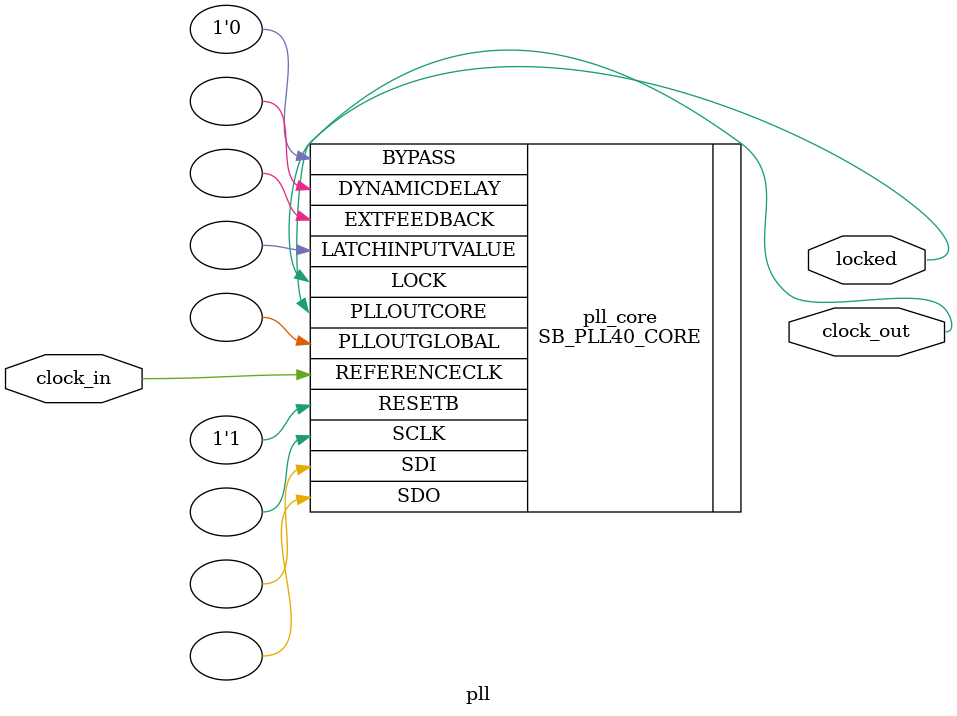
<source format=v>

/**
 * PLL configuration
 *
 * This Verilog module was generated automatically
 * using the icepll tool from the IceStorm project.
 * Use at your own risk.
 *
 * Given input frequency:        12.000 MHz
 * Requested output frequency:   30.000 MHz
 * Achieved output frequency:    30.000 MHz
 */

module pll (
    input  clock_in,
    output clock_out,
    output locked
);

  SB_PLL40_CORE #(
      .FEEDBACK_PATH("SIMPLE"),
      .DIVR(4'b0000),  // DIVR =  0
      .DIVF(7'b1001111),  // DIVF = 79
      .DIVQ(3'b101),  // DIVQ =  5
      .FILTER_RANGE(3'b001)  // FILTER_RANGE = 1
  ) pll_core (
      .LOCK(locked),
      .RESETB(1'b1),
      .BYPASS(1'b0),
      .REFERENCECLK(clock_in),
      .PLLOUTCORE(clock_out),

      // Unused
      .PLLOUTGLOBAL(),
      .EXTFEEDBACK(),
      .LATCHINPUTVALUE(),
      .SDO(),
      .SDI(),
      .SCLK(),
      .DYNAMICDELAY()

  );

endmodule


</source>
